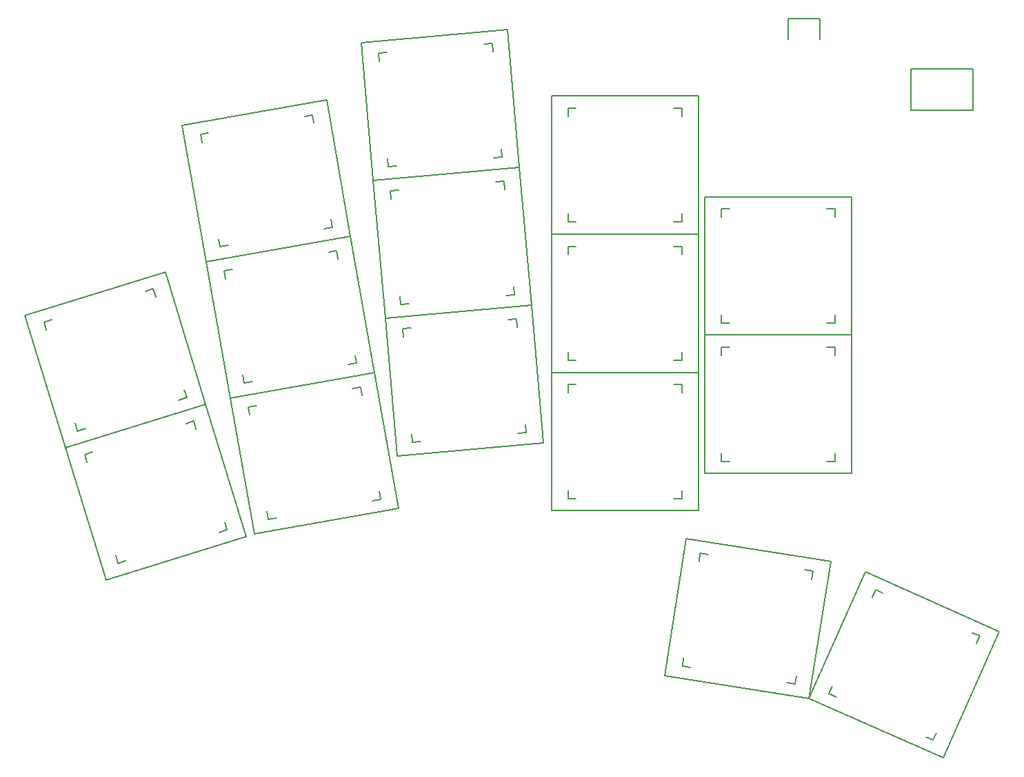
<source format=gbr>
%TF.GenerationSoftware,KiCad,Pcbnew,(6.0.4)*%
%TF.CreationDate,2022-05-21T21:28:03+02:00*%
%TF.ProjectId,battoota,62617474-6f6f-4746-912e-6b696361645f,v1.0.0*%
%TF.SameCoordinates,Original*%
%TF.FileFunction,OtherDrawing,Comment*%
%FSLAX46Y46*%
G04 Gerber Fmt 4.6, Leading zero omitted, Abs format (unit mm)*
G04 Created by KiCad (PCBNEW (6.0.4)) date 2022-05-21 21:28:03*
%MOMM*%
%LPD*%
G01*
G04 APERTURE LIST*
%ADD10C,0.150000*%
G04 APERTURE END LIST*
D10*
%TO.C,S11*%
X63451567Y109438376D02*
X63277918Y110423184D01*
X77065227Y112854259D02*
X77238875Y111869451D01*
X79322653Y100051758D02*
X79496302Y99066950D01*
X78511494Y98893302D02*
X79496302Y99066950D01*
X65708993Y96635875D02*
X66693801Y96809524D01*
X81726389Y97937035D02*
X63999850Y94811368D01*
X64262726Y110596832D02*
X63277918Y110423184D01*
X77065227Y112854259D02*
X76080419Y112680610D01*
X78774370Y114678766D02*
X81726389Y97937035D01*
X61047831Y111553099D02*
X78774370Y114678766D01*
X63999850Y94811368D02*
X61047831Y111553099D01*
X65708993Y96635875D02*
X65535345Y97620683D01*
%TO.C,S34*%
X158956766Y48785916D02*
X158550029Y47872370D01*
X144950143Y56664020D02*
X161393962Y49342761D01*
X161393962Y49342761D02*
X154479439Y33812488D01*
X140472816Y41690592D02*
X141386362Y41283856D01*
X145760393Y53566683D02*
X146167129Y54480229D01*
X138035620Y41133747D02*
X144950143Y56664020D01*
X158956766Y48785916D02*
X158043220Y49192652D01*
X154479439Y33812488D02*
X138035620Y41133747D01*
X152348907Y36403016D02*
X153262453Y35996279D01*
X153669189Y36909825D02*
X153262453Y35996279D01*
X140472816Y41690592D02*
X140879553Y42604138D01*
X147080675Y54073492D02*
X146167129Y54480229D01*
%TO.C,S15*%
X103928219Y89430914D02*
X85996715Y87862110D01*
X84515067Y104797420D02*
X102446571Y106366224D01*
X100584916Y104697620D02*
X100672071Y103701425D01*
X100584916Y104697620D02*
X99588721Y104610464D01*
X85996715Y87862110D02*
X84515067Y104797420D01*
X100808901Y90663739D02*
X101805096Y90750894D01*
X102446571Y106366224D02*
X103928219Y89430914D01*
X101717940Y91747089D02*
X101805096Y90750894D01*
X87858370Y89530714D02*
X87771215Y90526909D01*
X87858370Y89530714D02*
X88854565Y89617870D01*
X86725346Y102481245D02*
X86638190Y103477440D01*
X87634385Y103564595D02*
X86638190Y103477440D01*
%TO.C,S21*%
X124411087Y81186017D02*
X106411087Y81186017D01*
X109411087Y96686017D02*
X108411087Y96686017D01*
X122411087Y83686017D02*
X122411087Y82686017D01*
X124411087Y98186017D02*
X124411087Y81186017D01*
X106411087Y81186017D02*
X106411087Y98186017D01*
X122411087Y96686017D02*
X122411087Y95686017D01*
X121411087Y82686017D02*
X122411087Y82686017D01*
X108411087Y95686017D02*
X108411087Y96686017D01*
X122411087Y96686017D02*
X121411087Y96686017D01*
X108411087Y82686017D02*
X108411087Y83686017D01*
X108411087Y82686017D02*
X109411087Y82686017D01*
X106411087Y98186017D02*
X124411087Y98186017D01*
%TO.C,S8*%
X70166764Y77113368D02*
X69181956Y76939720D01*
X87630427Y64453571D02*
X69903888Y61327904D01*
X82969265Y79370795D02*
X83142913Y78385987D01*
X69903888Y61327904D02*
X66951869Y78069635D01*
X84415532Y65409838D02*
X85400340Y65583486D01*
X85226691Y66568294D02*
X85400340Y65583486D01*
X84678408Y81195302D02*
X87630427Y64453571D01*
X66951869Y78069635D02*
X84678408Y81195302D01*
X69355605Y75954912D02*
X69181956Y76939720D01*
X82969265Y79370795D02*
X81984457Y79197146D01*
X71613031Y63152411D02*
X72597839Y63326060D01*
X71613031Y63152411D02*
X71439383Y64137219D01*
%TO.C,S14*%
X89340018Y72595404D02*
X89252863Y73591599D01*
X105409867Y72495604D02*
X87478363Y70926800D01*
X103928219Y89430914D02*
X105409867Y72495604D01*
X85996715Y87862110D02*
X103928219Y89430914D01*
X89116033Y86629285D02*
X88119838Y86542130D01*
X102066564Y87762310D02*
X101070369Y87675154D01*
X87478363Y70926800D02*
X85996715Y87862110D01*
X88206994Y85545935D02*
X88119838Y86542130D01*
X89340018Y72595404D02*
X90336213Y72682560D01*
X102066564Y87762310D02*
X102153719Y86766115D01*
X102290549Y73728429D02*
X103286744Y73815584D01*
X103199588Y74811779D02*
X103286744Y73815584D01*
%TO.C,S20*%
X108411087Y78686017D02*
X108411087Y79686017D01*
X122411087Y66686017D02*
X122411087Y65686017D01*
X106411087Y64186017D02*
X106411087Y81186017D01*
X106411087Y81186017D02*
X124411087Y81186017D01*
X109411087Y79686017D02*
X108411087Y79686017D01*
X122411087Y79686017D02*
X122411087Y78686017D01*
X122411087Y79686017D02*
X121411087Y79686017D01*
X121411087Y65686017D02*
X122411087Y65686017D01*
X124411087Y81186017D02*
X124411087Y64186017D01*
X124411087Y64186017D02*
X106411087Y64186017D01*
X108411087Y65686017D02*
X108411087Y66686017D01*
X108411087Y65686017D02*
X109411087Y65686017D01*
%TO.C,S28*%
X141218280Y84278852D02*
X140218280Y84278852D01*
X140218280Y70278852D02*
X141218280Y70278852D01*
X128218280Y84278852D02*
X127218280Y84278852D01*
X127218280Y83278852D02*
X127218280Y84278852D01*
X143218280Y68778852D02*
X125218280Y68778852D01*
X143218280Y85778852D02*
X143218280Y68778852D01*
X141218280Y84278852D02*
X141218280Y83278852D01*
X141218280Y71278852D02*
X141218280Y70278852D01*
X125218280Y85778852D02*
X143218280Y85778852D01*
X125218280Y68778852D02*
X125218280Y85778852D01*
X127218280Y70278852D02*
X128218280Y70278852D01*
X127218280Y70278852D02*
X127218280Y71278852D01*
%TO.C,S29*%
X143218280Y85778852D02*
X125218280Y85778852D01*
X125218280Y102778852D02*
X143218280Y102778852D01*
X140218280Y87278852D02*
X141218280Y87278852D01*
X127218280Y87278852D02*
X128218280Y87278852D01*
X127218280Y100278852D02*
X127218280Y101278852D01*
X141218280Y101278852D02*
X140218280Y101278852D01*
X125218280Y85778852D02*
X125218280Y102778852D01*
X141218280Y101278852D02*
X141218280Y100278852D01*
X141218280Y88278852D02*
X141218280Y87278852D01*
X127218280Y87278852D02*
X127218280Y88278852D01*
X143218280Y102778852D02*
X143218280Y85778852D01*
X128218280Y101278852D02*
X127218280Y101278852D01*
%TO.C,S33*%
X152348907Y36403016D02*
X153262453Y35996279D01*
X158956766Y48785916D02*
X158550029Y47872370D01*
X140472816Y41690592D02*
X140879553Y42604138D01*
X145760393Y53566683D02*
X146167129Y54480229D01*
X138035620Y41133747D02*
X144950143Y56664020D01*
X153669189Y36909825D02*
X153262453Y35996279D01*
X158956766Y48785916D02*
X158043220Y49192652D01*
X144950143Y56664020D02*
X161393962Y49342761D01*
X161393962Y49342761D02*
X154479439Y33812488D01*
X147080675Y54073492D02*
X146167129Y54480229D01*
X140472816Y41690592D02*
X141386362Y41283856D01*
X154479439Y33812488D02*
X138035620Y41133747D01*
%TO.C,S7*%
X84415532Y65409838D02*
X85400340Y65583486D01*
X71613031Y63152411D02*
X72597839Y63326060D01*
X66951869Y78069635D02*
X84678408Y81195302D01*
X70166764Y77113368D02*
X69181956Y76939720D01*
X69903888Y61327904D02*
X66951869Y78069635D01*
X82969265Y79370795D02*
X83142913Y78385987D01*
X87630427Y64453571D02*
X69903888Y61327904D01*
X82969265Y79370795D02*
X81984457Y79197146D01*
X85226691Y66568294D02*
X85400340Y65583486D01*
X84678408Y81195302D02*
X87630427Y64453571D01*
X71613031Y63152411D02*
X71439383Y64137219D01*
X69355605Y75954912D02*
X69181956Y76939720D01*
%TO.C,S5*%
X61290623Y79038736D02*
X61582994Y78082432D01*
X60626689Y77790060D02*
X61582994Y78082432D01*
X45057829Y87669866D02*
X44101524Y87377494D01*
X41750357Y88227208D02*
X58963842Y93489899D01*
X44393895Y86421190D02*
X44101524Y87377494D01*
X48194728Y73989228D02*
X49151032Y74281599D01*
X57489790Y91470698D02*
X57782162Y90514393D01*
X58963842Y93489899D02*
X63934161Y77232718D01*
X63934161Y77232718D02*
X46720676Y71970027D01*
X46720676Y71970027D02*
X41750357Y88227208D01*
X48194728Y73989228D02*
X47902356Y74945533D01*
X57489790Y91470698D02*
X56533486Y91178327D01*
%TO.C,S27*%
X125218280Y68778852D02*
X125218280Y85778852D01*
X125218280Y85778852D02*
X143218280Y85778852D01*
X143218280Y85778852D02*
X143218280Y68778852D01*
X127218280Y83278852D02*
X127218280Y84278852D01*
X141218280Y71278852D02*
X141218280Y70278852D01*
X141218280Y84278852D02*
X140218280Y84278852D01*
X128218280Y84278852D02*
X127218280Y84278852D01*
X127218280Y70278852D02*
X128218280Y70278852D01*
X127218280Y70278852D02*
X127218280Y71278852D01*
X143218280Y68778852D02*
X125218280Y68778852D01*
X140218280Y70278852D02*
X141218280Y70278852D01*
X141218280Y84278852D02*
X141218280Y83278852D01*
%TO.C,S9*%
X80017246Y96112527D02*
X80190894Y95127719D01*
X81726389Y97937034D02*
X84678408Y81195303D01*
X63999850Y94811367D02*
X81726389Y97937034D01*
X82274672Y83310026D02*
X82448321Y82325218D01*
X68661012Y79894143D02*
X69645820Y80067792D01*
X80017246Y96112527D02*
X79032438Y95938878D01*
X81463513Y82151570D02*
X82448321Y82325218D01*
X66951869Y78069636D02*
X63999850Y94811367D01*
X68661012Y79894143D02*
X68487364Y80878951D01*
X66403586Y92696644D02*
X66229937Y93681452D01*
X84678408Y81195303D02*
X66951869Y78069636D01*
X67214745Y93855100D02*
X66229937Y93681452D01*
%TO.C,S16*%
X87634385Y103564595D02*
X86638190Y103477440D01*
X100808901Y90663739D02*
X101805096Y90750894D01*
X100584916Y104697620D02*
X99588721Y104610464D01*
X100584916Y104697620D02*
X100672071Y103701425D01*
X87858370Y89530714D02*
X87771215Y90526909D01*
X86725346Y102481245D02*
X86638190Y103477440D01*
X85996715Y87862110D02*
X84515067Y104797420D01*
X102446571Y106366224D02*
X103928219Y89430914D01*
X103928219Y89430914D02*
X85996715Y87862110D01*
X101717940Y91747089D02*
X101805096Y90750894D01*
X87858370Y89530714D02*
X88854565Y89617870D01*
X84515067Y104797420D02*
X102446571Y106366224D01*
%TO.C,S30*%
X140218280Y87278852D02*
X141218280Y87278852D01*
X141218280Y88278852D02*
X141218280Y87278852D01*
X125218280Y85778852D02*
X125218280Y102778852D01*
X127218280Y87278852D02*
X128218280Y87278852D01*
X127218280Y100278852D02*
X127218280Y101278852D01*
X125218280Y102778852D02*
X143218280Y102778852D01*
X127218280Y87278852D02*
X127218280Y88278852D01*
X141218280Y101278852D02*
X141218280Y100278852D01*
X143218280Y85778852D02*
X125218280Y85778852D01*
X143218280Y102778852D02*
X143218280Y85778852D01*
X128218280Y101278852D02*
X127218280Y101278852D01*
X141218280Y101278852D02*
X140218280Y101278852D01*
%TO.C,S13*%
X89116033Y86629285D02*
X88119838Y86542130D01*
X102066564Y87762310D02*
X102153719Y86766115D01*
X103199588Y74811779D02*
X103286744Y73815584D01*
X87478363Y70926800D02*
X85996715Y87862110D01*
X103928219Y89430914D02*
X105409867Y72495604D01*
X89340018Y72595404D02*
X89252863Y73591599D01*
X105409867Y72495604D02*
X87478363Y70926800D01*
X89340018Y72595404D02*
X90336213Y72682560D01*
X88206994Y85545935D02*
X88119838Y86542130D01*
X102066564Y87762310D02*
X101070369Y87675154D01*
X102290549Y73728429D02*
X103286744Y73815584D01*
X85996715Y87862110D02*
X103928219Y89430914D01*
%TO.C,S24*%
X124411087Y115186017D02*
X124411087Y98186017D01*
X122411087Y113686017D02*
X122411087Y112686017D01*
X106411087Y98186017D02*
X106411087Y115186017D01*
X108411087Y112686017D02*
X108411087Y113686017D01*
X121411087Y99686017D02*
X122411087Y99686017D01*
X108411087Y99686017D02*
X109411087Y99686017D01*
X109411087Y113686017D02*
X108411087Y113686017D01*
X122411087Y113686017D02*
X121411087Y113686017D01*
X108411087Y99686017D02*
X108411087Y100686017D01*
X106411087Y115186017D02*
X124411087Y115186017D01*
X122411087Y100686017D02*
X122411087Y99686017D01*
X124411087Y98186017D02*
X106411087Y98186017D01*
%TO.C,T1*%
X139369791Y124653254D02*
X139369791Y122153254D01*
X135469791Y122153254D02*
X135469791Y124653254D01*
X135469791Y124653254D02*
X139369791Y124653254D01*
%TO.C,S17*%
X100236293Y108682399D02*
X100323449Y107686204D01*
X84515068Y104797420D02*
X83033420Y121732730D01*
X99327254Y107599049D02*
X100323449Y107686204D01*
X86152738Y120499905D02*
X85156543Y120412750D01*
X102446572Y106366224D02*
X84515068Y104797420D01*
X86376723Y106466024D02*
X87372918Y106553180D01*
X86376723Y106466024D02*
X86289568Y107462219D01*
X100964924Y123301534D02*
X102446572Y106366224D01*
X85243699Y119416555D02*
X85156543Y120412750D01*
X99103269Y121632930D02*
X98107074Y121545774D01*
X83033420Y121732730D02*
X100964924Y123301534D01*
X99103269Y121632930D02*
X99190424Y120636735D01*
%TO.C,S4*%
X63934161Y77232718D02*
X68904480Y60975537D01*
X50028148Y71412685D02*
X49071843Y71120313D01*
X53165047Y57732047D02*
X54121351Y58024418D01*
X65597008Y61532879D02*
X66553313Y61825251D01*
X46720676Y71970027D02*
X63934161Y77232718D01*
X51690995Y55712846D02*
X46720676Y71970027D01*
X49364214Y70164009D02*
X49071843Y71120313D01*
X53165047Y57732047D02*
X52872675Y58688352D01*
X66260942Y62781555D02*
X66553313Y61825251D01*
X62460109Y75213517D02*
X62752481Y74257212D01*
X68904480Y60975537D02*
X51690995Y55712846D01*
X62460109Y75213517D02*
X61503805Y74921146D01*
%TO.C,S10*%
X84678408Y81195303D02*
X66951869Y78069636D01*
X63999850Y94811367D02*
X81726389Y97937034D01*
X82274672Y83310026D02*
X82448321Y82325218D01*
X66403586Y92696644D02*
X66229937Y93681452D01*
X67214745Y93855100D02*
X66229937Y93681452D01*
X80017246Y96112527D02*
X80190894Y95127719D01*
X81463513Y82151570D02*
X82448321Y82325218D01*
X80017246Y96112527D02*
X79032438Y95938878D01*
X81726389Y97937034D02*
X84678408Y81195303D01*
X68661012Y79894143D02*
X69645820Y80067792D01*
X68661012Y79894143D02*
X68487364Y80878951D01*
X66951869Y78069636D02*
X63999850Y94811367D01*
%TO.C,S22*%
X108411087Y82686017D02*
X109411087Y82686017D01*
X124411087Y81186017D02*
X106411087Y81186017D01*
X122411087Y96686017D02*
X121411087Y96686017D01*
X122411087Y96686017D02*
X122411087Y95686017D01*
X122411087Y83686017D02*
X122411087Y82686017D01*
X106411087Y81186017D02*
X106411087Y98186017D01*
X109411087Y96686017D02*
X108411087Y96686017D01*
X108411087Y82686017D02*
X108411087Y83686017D01*
X121411087Y82686017D02*
X122411087Y82686017D01*
X108411087Y95686017D02*
X108411087Y96686017D01*
X106411087Y98186017D02*
X124411087Y98186017D01*
X124411087Y98186017D02*
X124411087Y81186017D01*
%TO.C,T2*%
X139369791Y124653254D02*
X139369791Y122153254D01*
X135469791Y124653254D02*
X139369791Y124653254D01*
X135469791Y122153254D02*
X135469791Y124653254D01*
%TO.C,S31*%
X122467258Y45118232D02*
X123454947Y44961797D01*
X135307207Y43084584D02*
X136294895Y42928149D01*
X124500906Y57958180D02*
X124657341Y58945869D01*
X138484978Y56755786D02*
X138328543Y55768098D01*
X120257230Y43949568D02*
X122916616Y60740270D01*
X138035620Y41133748D02*
X120257230Y43949568D01*
X138484978Y56755786D02*
X137497289Y56912221D01*
X136451330Y43915838D02*
X136294895Y42928149D01*
X125645029Y58789434D02*
X124657341Y58945869D01*
X140695006Y57924450D02*
X138035620Y41133748D01*
X122467258Y45118232D02*
X122623693Y46105920D01*
X122916616Y60740270D02*
X140695006Y57924450D01*
%TO.C,MCU1*%
X150547213Y113437254D02*
X150547213Y118517254D01*
X150508690Y113437254D02*
X150508690Y118517254D01*
X158128690Y113437254D02*
X150508690Y113437254D01*
X150547213Y118517254D02*
X158167213Y118517254D01*
X158167213Y118517254D02*
X158167213Y113437254D01*
X158167213Y113437254D02*
X150547213Y113437254D01*
X158128690Y118517254D02*
X158128690Y113437254D01*
%TO.C,S3*%
X50028148Y71412685D02*
X49071843Y71120313D01*
X62460109Y75213517D02*
X61503805Y74921146D01*
X51690995Y55712846D02*
X46720676Y71970027D01*
X53165047Y57732047D02*
X54121351Y58024418D01*
X62460109Y75213517D02*
X62752481Y74257212D01*
X46720676Y71970027D02*
X63934161Y77232718D01*
X49364214Y70164009D02*
X49071843Y71120313D01*
X65597008Y61532879D02*
X66553313Y61825251D01*
X63934161Y77232718D02*
X68904480Y60975537D01*
X53165047Y57732047D02*
X52872675Y58688352D01*
X66260942Y62781555D02*
X66553313Y61825251D01*
X68904480Y60975537D02*
X51690995Y55712846D01*
%TO.C,S32*%
X124500906Y57958180D02*
X124657341Y58945869D01*
X138484978Y56755786D02*
X137497289Y56912221D01*
X122467258Y45118232D02*
X122623693Y46105920D01*
X138035620Y41133748D02*
X120257230Y43949568D01*
X136451330Y43915838D02*
X136294895Y42928149D01*
X135307207Y43084584D02*
X136294895Y42928149D01*
X122467258Y45118232D02*
X123454947Y44961797D01*
X120257230Y43949568D02*
X122916616Y60740270D01*
X138484978Y56755786D02*
X138328543Y55768098D01*
X125645029Y58789434D02*
X124657341Y58945869D01*
X140695006Y57924450D02*
X138035620Y41133748D01*
X122916616Y60740270D02*
X140695006Y57924450D01*
%TO.C,S12*%
X63999850Y94811368D02*
X61047831Y111553099D01*
X61047831Y111553099D02*
X78774370Y114678766D01*
X63451567Y109438376D02*
X63277918Y110423184D01*
X78511494Y98893302D02*
X79496302Y99066950D01*
X77065227Y112854259D02*
X77238875Y111869451D01*
X65708993Y96635875D02*
X66693801Y96809524D01*
X79322653Y100051758D02*
X79496302Y99066950D01*
X77065227Y112854259D02*
X76080419Y112680610D01*
X78774370Y114678766D02*
X81726389Y97937035D01*
X64262726Y110596832D02*
X63277918Y110423184D01*
X65708993Y96635875D02*
X65535345Y97620683D01*
X81726389Y97937035D02*
X63999850Y94811368D01*
%TO.C,S23*%
X121411087Y99686017D02*
X122411087Y99686017D01*
X108411087Y99686017D02*
X108411087Y100686017D01*
X106411087Y115186017D02*
X124411087Y115186017D01*
X122411087Y100686017D02*
X122411087Y99686017D01*
X106411087Y98186017D02*
X106411087Y115186017D01*
X109411087Y113686017D02*
X108411087Y113686017D01*
X122411087Y113686017D02*
X122411087Y112686017D01*
X108411087Y99686017D02*
X109411087Y99686017D01*
X122411087Y113686017D02*
X121411087Y113686017D01*
X124411087Y115186017D02*
X124411087Y98186017D01*
X124411087Y98186017D02*
X106411087Y98186017D01*
X108411087Y112686017D02*
X108411087Y113686017D01*
%TO.C,S6*%
X45057829Y87669866D02*
X44101524Y87377494D01*
X44393895Y86421190D02*
X44101524Y87377494D01*
X57489790Y91470698D02*
X57782162Y90514393D01*
X63934161Y77232718D02*
X46720676Y71970027D01*
X48194728Y73989228D02*
X47902356Y74945533D01*
X41750357Y88227208D02*
X58963842Y93489899D01*
X60626689Y77790060D02*
X61582994Y78082432D01*
X46720676Y71970027D02*
X41750357Y88227208D01*
X58963842Y93489899D02*
X63934161Y77232718D01*
X57489790Y91470698D02*
X56533486Y91178327D01*
X61290623Y79038736D02*
X61582994Y78082432D01*
X48194728Y73989228D02*
X49151032Y74281599D01*
%TO.C,S19*%
X108411087Y65686017D02*
X109411087Y65686017D01*
X121411087Y65686017D02*
X122411087Y65686017D01*
X108411087Y78686017D02*
X108411087Y79686017D01*
X122411087Y79686017D02*
X122411087Y78686017D01*
X124411087Y64186017D02*
X106411087Y64186017D01*
X106411087Y81186017D02*
X124411087Y81186017D01*
X108411087Y65686017D02*
X108411087Y66686017D01*
X124411087Y81186017D02*
X124411087Y64186017D01*
X122411087Y79686017D02*
X121411087Y79686017D01*
X109411087Y79686017D02*
X108411087Y79686017D01*
X122411087Y66686017D02*
X122411087Y65686017D01*
X106411087Y64186017D02*
X106411087Y81186017D01*
%TO.C,S18*%
X86376723Y106466024D02*
X87372918Y106553180D01*
X85243699Y119416555D02*
X85156543Y120412750D01*
X100964924Y123301534D02*
X102446572Y106366224D01*
X86152738Y120499905D02*
X85156543Y120412750D01*
X84515068Y104797420D02*
X83033420Y121732730D01*
X102446572Y106366224D02*
X84515068Y104797420D01*
X99327254Y107599049D02*
X100323449Y107686204D01*
X86376723Y106466024D02*
X86289568Y107462219D01*
X100236293Y108682399D02*
X100323449Y107686204D01*
X99103269Y121632930D02*
X98107074Y121545774D01*
X83033420Y121732730D02*
X100964924Y123301534D01*
X99103269Y121632930D02*
X99190424Y120636735D01*
%TD*%
M02*

</source>
